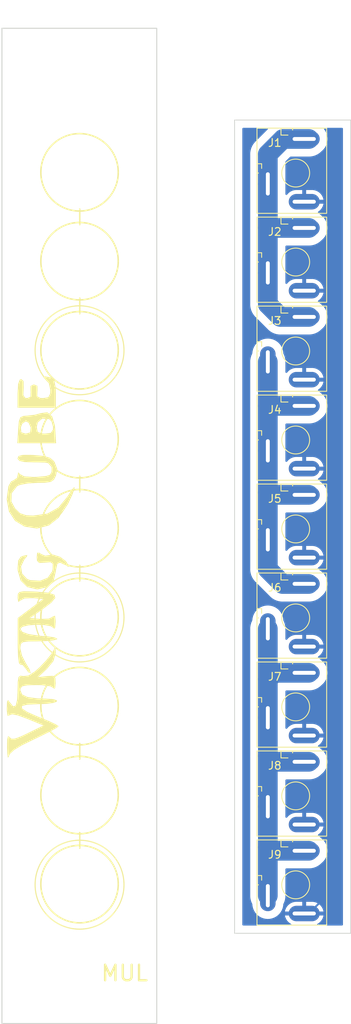
<source format=kicad_pcb>
(kicad_pcb (version 20211014) (generator pcbnew)
  (layers (0 "F.Cu" signal) (31 "B.Cu" signal) (34 "B.Paste" user) (35 "F.Paste" user) (36 "B.SilkS" user "B.Silkscreen") (37 "F.SilkS" user "F.Silkscreen") (38 "B.Mask" user) (39 "F.Mask" user) (44 "Edge.Cuts" user))
  (net 0 "")
  (net 1 "Net-(J1-PadT)")
  (net 2 "GND")
  (net 3 "Net-(J3-PadTN)")
  (net 4 "Net-(J6-PadTN)")
  (footprint "eurorack:logo3" (layer "F.Cu") (at -25.575 54.775 90)
    (fp_text reference "REF**" hide)
    (fp_text value "logo3")
    (fp_poly (pts (xy 7.493196 -3.639727) (xy 8.111918 -3.290718) (xy 8.286946 -2.938988) (xy 8.576619 -2.523358) (xy 8.904307 -2.445564) (xy 9.288509 -2.370779) (xy 9.060359 -2.147592) (xy 8.761986 -1.577275) (xy 8.689731 -0.371637) (xy 8.707581 0.051867) (xy 8.797296 1.152814) (xy 8.964309 1.721734) (xy 9.298693 1.932037) (xy 9.698057 1.958756) (xy 10.179258 1.916361) (xy 10.443315 1.680888) (xy 10.555183 1.089905) (xy 10.579815 -0.01902) (xy 10.580001 -0.246748) (xy 10.617803 -1.504804) (xy 10.75238 -2.192654) (xy 11.015484 -2.442645) (xy 11.109168 -2.452252) (xy 11.403387 -2.315501) (xy 11.538438 -1.810628) (xy 11.541573 -0.795707) (xy 11.51816 -0.322121) (xy 11.398336 0.952221) (xy 11.170628 1.728731) (xy 10.763203 2.214211) (xy 10.595638 2.333728) (xy 9.710339 2.672594) (xy 8.86373 2.506027) (xy 8.338657 2.245194) (xy 8.060097 1.84206) (xy 7.951068 1.096921) (xy 7.934168 0.094636) (xy 7.86146 -1.126396) (xy 7.673957 -2.112426) (xy 7.493196 -2.524307) (xy 6.576715 -3.222811) (xy 5.517791 -3.251327) (xy 4.63821 -2.784319) (xy 4.016447 -2.144535) (xy 3.746514 -1.341714) (xy 3.700834 -0.467565) (xy 3.953952 1.378787) (xy 4.7579 2.829976) (xy 6.179577 4.004271) (xy 6.256622 4.050986) (xy 7.125369 4.616456) (xy 7.396518 4.894397) (xy 7.116931 4.884467) (xy 6.333473 4.586326) (xy 5.210755 4.05859) (xy 3.488163 2.926208) (xy 2.426477 1.583722) (xy 2.034676 0.048364) (xy 2.285565 -1.556422) (xy 3.031612 -2.788002) (xy 4.24276 -3.571101) (xy 5.804839 -3.860047) (xy 7.493196 -3.639727)) (layer "F.SilkS") (width 0.01) (fill solid))
    (fp_poly (pts (xy -6.423681 -2.418426) (xy -6.169392 -2.22441) (xy -6.072091 -1.711147) (xy -6.084238 -0.725472) (xy -6.117697 0.017683) (xy -6.250185 1.498511) (xy -6.503534 2.293544) (xy -6.921765 2.418348) (xy -7.548896 1.888485) (xy -8.364857 0.812228) (xy -9.528332 -0.863466) (xy -9.640939 0.511737) (xy -9.599709 1.603764) (xy -9.288162 2.182029) (xy -9.22887 2.379887) (xy -9.833973 2.455619) (xy -10.057499 2.45467) (xy -10.746128 2.398581) (xy -10.911363 2.287471) (xy -10.851249 2.254285) (xy -10.574129 1.829413) (xy -10.419461 0.98073) (xy -10.383466 -0.063966) (xy -10.462365 -1.076877) (xy -10.652379 -1.830207) (xy -10.923458 -2.098189) (xy -11.309652 -1.836317) (xy -11.601811 -1.013753) (xy -11.814875 0.424923) (xy -11.907281 1.551208) (xy -12.022459 2.340335) (xy -12.200328 2.664498) (xy -12.26236 2.638939) (xy -12.400278 2.169151) (xy -12.495993 1.212897) (xy -12.526943 0.136071) (xy -12.542397 -1.076454) (xy -12.632917 -1.745104) (xy -12.864743 -2.031502) (xy -13.304116 -2.097275) (xy -13.442624 -2.098189) (xy -14.35865 -1.893723) (xy -15.3412 -1.397217) (xy -15.403213 -1.354148) (xy -16.131223 -0.913687) (xy -16.593726 -0.776675) (xy -16.634413 -0.796399) (xy -16.514775 -1.077299) (xy -16.075055 -1.381751) (xy -15.580648 -1.803857) (xy -15.536494 -2.115889) (xy -15.313419 -2.277878) (xy -14.478188 -2.388887) (xy -13.123029 -2.438608) (xy -12.635958 -2.440058) (xy -9.528332 -2.42915) (xy -8.29361 -0.78623) (xy -7.058888 0.856691) (xy -6.946281 -0.496647) (xy -6.988754 -1.57399) (xy -7.299058 -2.145073) (xy -7.444222 -2.367672) (xy -6.91849 -2.445996) (xy -6.882499 -2.446359) (xy -6.423681 -2.418426)) (layer "F.SilkS") (width 0.01) (fill solid))
    (fp_poly (pts (xy -20.330984 -3.810399) (xy -20.115748 -3.68812) (xy -20.376249 -3.481043) (xy -20.937204 -3.017663) (xy -20.813365 -2.687752) (xy -20.013975 -2.4978) (xy -18.90997 -2.450966) (xy -17.754326 -2.431058) (xy -17.155044 -2.333043) (xy -16.963235 -2.099481) (xy -17.01727 -1.720814) (xy -16.951646 -1.048481) (xy -16.390476 -0.181796) (xy -15.837715 0.430213) (xy -14.942454 1.28224) (xy -14.129022 1.930331) (xy -13.761666 2.147143) (xy -13.347524 2.358027) (xy -13.547277 2.444753) (xy -14.031222 2.465561) (xy -15.084504 2.171284) (xy -16.083001 1.341395) (xy -17.159668 0.194867) (xy -17.021071 1.341395) (xy -16.982433 2.123653) (xy -17.25127 2.425113) (xy -17.967903 2.460072) (xy -18.58272 2.394756) (xy -18.650424 2.271888) (xy -18.61236 2.254285) (xy -18.330896 1.778845) (xy -18.1874 0.67739) (xy -18.171388 -0.01092) (xy -18.200235 -1.188258) (xy -18.320648 -1.820824) (xy -18.58343 -2.068224) (xy -18.835798 -2.098189) (xy -19.386758 -1.870608) (xy -19.734819 -1.139077) (xy -19.904375 0.169587) (xy -19.93046 1.185826) (xy -19.997469 2.207113) (xy -20.175789 2.66716) (xy -20.288054 2.664311) (xy -20.469086 2.22407) (xy -20.59635 1.287497) (xy -20.640832 0.144649) (xy -20.699078 -1.213531) (xy -20.879853 -1.891901) (xy -21.192215 -1.888714) (xy -21.645219 -1.202226) (xy -22.247923 0.169311) (xy -22.368627 0.477728) (xy -22.842528 1.63291) (xy -23.240842 2.474766) (xy -23.484237 2.837214) (xy -23.497351 2.8407) (xy -23.727812 2.541865) (xy -24.174061 1.737144) (xy -24.762687 0.564213) (xy -25.177367 -0.309972) (xy -25.950034 -1.8865) (xy -26.555141 -2.898091) (xy -27.060998 -3.444768) (xy -27.433393 -3.613319) (xy -27.557346 -3.700325) (xy -27.080362 -3.77244) (xy -26.285277 -3.808633) (xy -25.182468 -3.792312) (xy -24.755953 -3.676584) (xy -24.867724 -3.520746) (xy -25.111683 -3.25053) (xy -25.095923 -2.793016) (xy -24.788417 -1.989047) (xy -24.391228 -1.152844) (xy -23.392006 0.88453) (xy -22.543165 -1.201874) (xy -22.090583 -2.417917) (xy -21.942395 -3.145752) (xy -22.075216 -3.521964) (xy -22.137717 -3.569776) (xy -22.135184 -3.747431) (xy -21.526853 -3.839271) (xy -21.169999 -3.845948) (xy -20.330984 -3.810399)) (layer "F.SilkS") (width 0.01) (fill solid))
    (fp_poly (pts (xy 14.813335 -2.378149) (xy 15.859003 -2.289615) (xy 16.383983 -2.104804) (xy 16.572751 -1.704017) (xy 16.604007 -1.216244) (xy 16.72192 -0.207269) (xy 16.924733 0.507401) (xy 17.040972 1.388448) (xy 16.51155 2.010348) (xy 15.352492 2.358869) (xy 14.777001 2.415105) (xy 13.049446 2.518677) (xy 13.049446 1.076811) (xy 14.284168 1.076811) (xy 14.381492 1.835641) (xy 14.784849 2.112193) (xy 15.128369 2.135145) (xy 15.859973 1.938101) (xy 16.17563 1.605978) (xy 16.228431 0.724745) (xy 15.721612 0.145992) (xy 15.128369 0.018478) (xy 14.523073 0.140488) (xy 14.302475 0.646157) (xy 14.284168 1.076811) (xy 13.049446 1.076811) (xy 13.049446 -1.392633) (xy 14.284168 -1.392633) (xy 14.445303 -0.826877) (xy 15.044678 -0.746193) (xy 15.077918 -0.750736) (xy 15.698507 -1.03907) (xy 15.871668 -1.392633) (xy 15.571373 -1.849008) (xy 15.077918 -2.03453) (xy 14.45876 -1.969272) (xy 14.284355 -1.424208) (xy 14.284168 -1.392633) (xy 13.049446 -1.392633) (xy 13.049446 -2.481721) (xy 14.813335 -2.378149)) (layer "F.SilkS") (width 0.01) (fill solid))
    (fp_poly (pts (xy 20.697575 -2.380595) (xy 21.27248 -2.160028) (xy 21.339723 -1.992638) (xy 21.064119 -1.68579) (xy 20.199417 -1.668043) (xy 20.105001 -1.678456) (xy 19.257249 -1.70773) (xy 18.911219 -1.48055) (xy 18.870279 -1.213714) (xy 19.047168 -0.781419) (xy 19.681533 -0.760506) (xy 19.752223 -0.77342) (xy 20.427563 -0.780241) (xy 20.633343 -0.381568) (xy 20.634168 -0.3343) (xy 20.456711 0.097129) (xy 19.821051 0.11741) (xy 19.752223 0.104821) (xy 19.10421 0.082761) (xy 18.88528 0.494229) (xy 18.870279 0.859297) (xy 18.97909 1.520953) (xy 19.450715 1.7605) (xy 19.911083 1.782367) (xy 20.852198 1.569026) (xy 21.311466 1.165006) (xy 21.590089 0.863263) (xy 21.680864 1.099956) (xy 21.551094 1.725233) (xy 21.478369 1.929903) (xy 21.105433 2.291756) (xy 20.257105 2.462122) (xy 19.449897 2.487923) (xy 17.635557 2.487923) (xy 17.635557 -2.450966) (xy 19.48764 -2.450966) (xy 20.697575 -2.380595)) (layer "F.SilkS") (width 0.01) (fill solid))
    (fp_poly (pts (xy -2.090357 -2.36794) (xy -1.619012 -2.052261) (xy -1.480124 -1.712939) (xy -1.381652 -1.210985) (xy -1.582276 -1.25507) (xy -1.95393 -1.578362) (xy -2.860087 -2.009442) (xy -3.779729 -1.86863) (xy -4.468925 -1.225972) (xy -4.634749 -0.808552) (xy -4.709669 0.465199) (xy -4.303087 1.460234) (xy -3.492476 2.019118) (xy -3.21593 2.074638) (xy -2.526331 2.093087) (xy -2.307415 1.791388) (xy -2.367574 1.1045) (xy -2.40972 0.346795) (xy -2.131681 0.057168) (xy -1.662927 0.018478) (xy -1.08008 0.08564) (xy -1.097213 0.364647) (xy -1.225229 0.532191) (xy -1.483371 1.12402) (xy -1.434021 1.397912) (xy -1.330735 2.136086) (xy -1.618554 3.036369) (xy -2.173321 3.778879) (xy -2.425162 3.951521) (xy -2.920252 4.174304) (xy -2.874173 4.022177) (xy -2.73736 3.87166) (xy -2.302969 3.158022) (xy -2.522346 2.680447) (xy -3.368563 2.489348) (xy -3.476434 2.487923) (xy -4.725662 2.201034) (xy -5.530876 1.386944) (xy -5.823988 0.115521) (xy -5.824165 0.078895) (xy -5.527177 -1.19096) (xy -4.687799 -2.053239) (xy -3.383416 -2.437551) (xy -3.043088 -2.450966) (xy -2.090357 -2.36794)) (layer "F.SilkS") (width 0.01) (fill solid))
  )
  (footprint "eurorack:LUM 1502-03" (layer "F.Cu") (at 2.895 58.4825)
    (fp_text reference "J6" (at 2.3 1.9 unlocked) (layer "F.SilkS"))
    (fp_text value "Output2")
    (fp_line (start 0.6 4.6) (end 0.6 5.2) (layer "F.SilkS") (width 0.12))
    (fp_line (start 3.1 0) (end 3.1 0.9) (layer "F.SilkS") (width 0.12))
    (fp_line (start 3.1 0.9) (end 4 0.9) (layer "F.SilkS") (width 0.12))
    (fp_line (start 0 4.6) (end 0.6 4.6) (layer "F.SilkS") (width 0.12))
    (fp_line (start 4.6 0.25) (end 4.6 0) (layer "F.SilkS") (width 0.12))
    (fp_line (start 0 5.8) (end 0.2 5.8) (layer "F.SilkS") (width 0.12))
    (fp_rect (start 0 0) (end 9 11) (layer "F.SilkS") (width 0.12) (fill none))
    (fp_circle (center 5 5.8) (end 6.8 5.8) (layer "F.SilkS") (width 0.12) (fill none))
    (pad "S" thru_hole oval locked (at 6.1 9.5) (size 4 2) (drill oval 3 0.5) (layers *.Cu *.Mask) (net 2 "GND"))
    (pad "T" thru_hole oval locked (at 6.1 1.4) (size 4 2) (drill oval 3 0.5) (layers *.Cu *.Mask) (net 3 "Net-(J3-PadTN)"))
    (pad "TN" thru_hole oval locked (at 1.4 7.2 90) (size 4 2) (drill oval 3 0.5) (layers *.Cu *.Mask) (net 4 "Net-(J6-PadTN)"))
  )
  (footprint "eurorack:LUM 1502-03" (layer "F.Cu") (at 2.895 35.5075)
    (fp_text reference "J4" (at 2.3 1.9 unlocked) (layer "F.SilkS"))
    (fp_text value "Input3")
    (fp_line (start 3.1 0) (end 3.1 0.9) (layer "F.SilkS") (width 0.12))
    (fp_line (start 0 4.6) (end 0.6 4.6) (layer "F.SilkS") (width 0.12))
    (fp_line (start 4.6 0.25) (end 4.6 0) (layer "F.SilkS") (width 0.12))
    (fp_line (start 3.1 0.9) (end 4 0.9) (layer "F.SilkS") (width 0.12))
    (fp_line (start 0 5.8) (end 0.2 5.8) (layer "F.SilkS") (width 0.12))
    (fp_line (start 0.6 4.6) (end 0.6 5.2) (layer "F.SilkS") (width 0.12))
    (fp_rect (start 0 0) (end 9 11) (layer "F.SilkS") (width 0.12) (fill none))
    (fp_circle (center 5 5.8) (end 6.8 5.8) (layer "F.SilkS") (width 0.12) (fill none))
    (pad "S" thru_hole oval locked (at 6.1 9.5) (size 4 2) (drill oval 3 0.5) (layers *.Cu *.Mask) (net 2 "GND"))
    (pad "T" thru_hole oval locked (at 6.1 1.4) (size 4 2) (drill oval 3 0.5) (layers *.Cu *.Mask) (net 3 "Net-(J3-PadTN)"))
    (pad "TN" thru_hole oval locked (at 1.4 7.2 90) (size 4 2) (drill oval 3 0.5) (layers *.Cu *.Mask) (net 3 "Net-(J3-PadTN)"))
  )
  (footprint "eurorack:LUM 1502-03" (layer "F.Cu") (at 2.895 46.995)
    (fp_text reference "J5" (at 2.3 1.9 unlocked) (layer "F.SilkS"))
    (fp_text value "Input4")
    (fp_line (start 0 5.8) (end 0.2 5.8) (layer "F.SilkS") (width 0.12))
    (fp_line (start 4.6 0.25) (end 4.6 0) (layer "F.SilkS") (width 0.12))
    (fp_line (start 0 4.6) (end 0.6 4.6) (layer "F.SilkS") (width 0.12))
    (fp_line (start 3.1 0.9) (end 4 0.9) (layer "F.SilkS") (width 0.12))
    (fp_line (start 3.1 0) (end 3.1 0.9) (layer "F.SilkS") (width 0.12))
    (fp_line (start 0.6 4.6) (end 0.6 5.2) (layer "F.SilkS") (width 0.12))
    (fp_rect (start 0 0) (end 9 11) (layer "F.SilkS") (width 0.12) (fill none))
    (fp_circle (center 5 5.8) (end 6.8 5.8) (layer "F.SilkS") (width 0.12) (fill none))
    (pad "S" thru_hole oval locked (at 6.1 9.5) (size 4 2) (drill oval 3 0.5) (layers *.Cu *.Mask) (net 2 "GND"))
    (pad "T" thru_hole oval locked (at 6.1 1.4) (size 4 2) (drill oval 3 0.5) (layers *.Cu *.Mask) (net 3 "Net-(J3-PadTN)"))
    (pad "TN" thru_hole oval locked (at 1.4 7.2 90) (size 4 2) (drill oval 3 0.5) (layers *.Cu *.Mask) (net 3 "Net-(J3-PadTN)"))
  )
  (footprint "eurorack:mount_LUM_1502-03" (layer "F.Cu") (at -20.025 41.2)
    (fp_text reference "REF**" hide)
    (fp_text value "mount_LUM_1502-03")
    (pad "" np_thru_hole circle (at 0 0) (size 6 6) (drill 6) (layers F&B.Cu *.Mask))
  )
  (footprint "eurorack:mount_LUM_1502-03" (layer "F.Cu") (at -20.025 52.7)
    (fp_text reference "REF**" hide)
    (fp_text value "mount_LUM_1502-03")
    (pad "" np_thru_hole circle (at 0 0) (size 6 6) (drill 6) (layers F&B.Cu *.Mask))
  )
  (footprint "eurorack:LUM 1502-03" (layer "F.Cu") (at 2.895 92.945)
    (fp_text reference "J9" (at 2.3 1.9 unlocked) (layer "F.SilkS"))
    (fp_text value "Output3")
    (fp_line (start 0.6 4.6) (end 0.6 5.2) (layer "F.SilkS") (width 0.12))
    (fp_line (start 3.1 0) (end 3.1 0.9) (layer "F.SilkS") (width 0.12))
    (fp_line (start 0 5.8) (end 0.2 5.8) (layer "F.SilkS") (width 0.12))
    (fp_line (start 4.6 0.25) (end 4.6 0) (layer "F.SilkS") (width 0.12))
    (fp_line (start 3.1 0.9) (end 4 0.9) (layer "F.SilkS") (width 0.12))
    (fp_line (start 0 4.6) (end 0.6 4.6) (layer "F.SilkS") (width 0.12))
    (fp_rect (start 0 0) (end 9 11) (layer "F.SilkS") (width 0.12) (fill none))
    (fp_circle (center 5 5.8) (end 6.8 5.8) (layer "F.SilkS") (width 0.12) (fill none))
    (pad "S" thru_hole oval locked (at 6.1 9.5) (size 4 2) (drill oval 3 0.5) (layers *.Cu *.Mask) (net 2 "GND"))
    (pad "T" thru_hole oval locked (at 6.1 1.4) (size 4 2) (drill oval 3 0.5) (layers *.Cu *.Mask) (net 4 "Net-(J6-PadTN)"))
    (pad "TN" thru_hole oval locked (at 1.4 7.2 90) (size 4 2) (drill oval 3 0.5) (layers *.Cu *.Mask) (net 4 "Net-(J6-PadTN)"))
  )
  (footprint "eurorack:LUM 1502-03" (layer "F.Cu") (at 2.895 24.02)
    (fp_text reference "J3" (at 2.3 1.9 unlocked) (layer "F.SilkS"))
    (fp_text value "Output1")
    (fp_line (start 0.6 4.6) (end 0.6 5.2) (layer "F.SilkS") (width 0.12))
    (fp_line (start 3.1 0) (end 3.1 0.9) (layer "F.SilkS") (width 0.12))
    (fp_line (start 0 5.8) (end 0.2 5.8) (layer "F.SilkS") (width 0.12))
    (fp_line (start 3.1 0.9) (end 4 0.9) (layer "F.SilkS") (width 0.12))
    (fp_line (start 0 4.6) (end 0.6 4.6) (layer "F.SilkS") (width 0.12))
    (fp_line (start 4.6 0.25) (end 4.6 0) (layer "F.SilkS") (width 0.12))
    (fp_rect (start 0 0) (end 9 11) (layer "F.SilkS") (width 0.12) (fill none))
    (fp_circle (center 5 5.8) (end 6.8 5.8) (layer "F.SilkS") (width 0.12) (fill none))
    (pad "S" thru_hole oval locked (at 6.1 9.5) (size 4 2) (drill oval 3 0.5) (layers *.Cu *.Mask) (net 2 "GND"))
    (pad "T" thru_hole oval locked (at 6.1 1.4) (size 4 2) (drill oval 3 0.5) (layers *.Cu *.Mask) (net 1 "Net-(J1-PadT)"))
    (pad "TN" thru_hole oval locked (at 1.4 7.2 90) (size 4 2) (drill oval 3 0.5) (layers *.Cu *.Mask) (net 3 "Net-(J3-PadTN)"))
  )
  (footprint "eurorack:LUM 1502-03" (layer "F.Cu") (at 2.895 81.4575)
    (fp_text reference "J8" (at 2.3 1.9 unlocked) (layer "F.SilkS"))
    (fp_text value "Input6")
    (fp_line (start 3.1 0) (end 3.1 0.9) (layer "F.SilkS") (width 0.12))
    (fp_line (start 3.1 0.9) (end 4 0.9) (layer "F.SilkS") (width 0.12))
    (fp_line (start 0 5.8) (end 0.2 5.8) (layer "F.SilkS") (width 0.12))
    (fp_line (start 4.6 0.25) (end 4.6 0) (layer "F.SilkS") (width 0.12))
    (fp_line (start 0.6 4.6) (end 0.6 5.2) (layer "F.SilkS") (width 0.12))
    (fp_line (start 0 4.6) (end 0.6 4.6) (layer "F.SilkS") (width 0.12))
    (fp_rect (start 0 0) (end 9 11) (layer "F.SilkS") (width 0.12) (fill none))
    (fp_circle (center 5 5.8) (end 6.8 5.8) (layer "F.SilkS") (width 0.12) (fill none))
    (pad "S" thru_hole oval locked (at 6.1 9.5) (size 4 2) (drill oval 3 0.5) (layers *.Cu *.Mask) (net 2 "GND"))
    (pad "T" thru_hole oval locked (at 6.1 1.4) (size 4 2) (drill oval 3 0.5) (layers *.Cu *.Mask) (net 4 "Net-(J6-PadTN)"))
    (pad "TN" thru_hole oval locked (at 1.4 7.2 90) (size 4 2) (drill oval 3 0.5) (layers *.Cu *.Mask) (net 4 "Net-(J6-PadTN)"))
  )
  (footprint "eurorack:mount_LUM_1502-03" (layer "F.Cu") (at -20.025 64.175)
    (fp_text reference "REF**" hide)
    (fp_text value "mount_LUM_1502-03")
    (pad "" np_thru_hole circle (at 0 0) (size 6 6) (drill 6) (layers F&B.Cu *.Mask))
  )
  (footprint "eurorack:mount_LUM_1502-03" (layer "F.Cu") (at -20.025 6.75)
    (fp_text reference "REF**" hide)
    (fp_text value "mount_LUM_1502-03")
    (pad "" np_thru_hole circle (at 0 0) (size 6 6) (drill 6) (layers F&B.Cu *.Mask))
  )
  (footprint "eurorack:mount_LUM_1502-03" (layer "F.Cu") (at -20.025 75.671059)
    (fp_text reference "REF**" hide)
    (fp_text value "mount_LUM_1502-03")
    (pad "" np_thru_hole circle (at 0 0) (size 6 6) (drill 6) (layers F&B.Cu *.Mask))
  )
  (footprint "eurorack:LUM 1502-03" (layer "F.Cu") (at 2.895 69.97)
    (fp_text reference "J7" (at 2.3 1.9 unlocked) (layer "F.SilkS"))
    (fp_text value "Input5")
    (fp_line (start 3.1 0) (end 3.1 0.9) (layer "F.SilkS") (width 0.12))
    (fp_line (start 0.6 4.6) (end 0.6 5.2) (layer "F.SilkS") (width 0.12))
    (fp_line (start 3.1 0.9) (end 4 0.9) (layer "F.SilkS") (width 0.12))
    (fp_line (start 0 4.6) (end 0.6 4.6) (layer "F.SilkS") (width 0.12))
    (fp_line (start 0 5.8) (end 0.2 5.8) (layer "F.SilkS") (width 0.12))
    (fp_line (start 4.6 0.25) (end 4.6 0) (layer "F.SilkS") (width 0.12))
    (fp_rect (start 0 0) (end 9 11) (layer "F.SilkS") (width 0.12) (fill none))
    (fp_circle (center 5 5.8) (end 6.8 5.8) (layer "F.SilkS") (width 0.12) (fill none))
    (pad "S" thru_hole oval locked (at 6.1 9.5) (size 4 2) (drill oval 3 0.5) (layers *.Cu *.Mask) (net 2 "GND"))
    (pad "T" thru_hole oval locked (at 6.1 1.4) (size 4 2) (drill oval 3 0.5) (layers *.Cu *.Mask) (net 4 "Net-(J6-PadTN)"))
    (pad "TN" thru_hole oval locked (at 1.4 7.2 90) (size 4 2) (drill oval 3 0.5) (layers *.Cu *.Mask) (net 4 "Net-(J6-PadTN)"))
  )
  (footprint "eurorack:LUM 1502-03" (layer "F.Cu") (at 2.895 12.5325)
    (fp_text reference "J2" (at 2.3 1.9 unlocked) (layer "F.SilkS"))
    (fp_text value "Input2")
    (fp_line (start 0 4.6) (end 0.6 4.6) (layer "F.SilkS") (width 0.12))
    (fp_line (start 0 5.8) (end 0.2 5.8) (layer "F.SilkS") (width 0.12))
    (fp_line (start 3.1 0) (end 3.1 0.9) (layer "F.SilkS") (width 0.12))
    (fp_line (start 0.6 4.6) (end 0.6 5.2) (layer "F.SilkS") (width 0.12))
    (fp_line (start 3.1 0.9) (end 4 0.9) (layer "F.SilkS") (width 0.12))
    (fp_line (start 4.6 0.25) (end 4.6 0) (layer "F.SilkS") (width 0.12))
    (fp_rect (start 0 0) (end 9 11) (layer "F.SilkS") (width 0.12) (fill none))
    (fp_circle (center 5 5.8) (end 6.8 5.8) (layer "F.SilkS") (width 0.12) (fill none))
    (pad "S" thru_hole oval locked (at 6.1 9.5) (size 4 2) (drill oval 3 0.5) (layers *.Cu *.Mask) (net 2 "GND"))
    (pad "T" thru_hole oval locked (at 6.1 1.4) (size 4 2) (drill oval 3 0.5) (layers *.Cu *.Mask) (net 1 "Net-(J1-PadT)"))
    (pad "TN" thru_hole oval locked (at 1.4 7.2 90) (size 4 2) (drill oval 3 0.5) (layers *.Cu *.Mask) (net 1 "Net-(J1-PadT)"))
  )
  (footprint "eurorack:LUM 1502-03" (layer "F.Cu") (at 2.895 1.045)
    (fp_text reference "J1" (at 2.3 1.9 unlocked) (layer "F.SilkS"))
    (fp_text value "Input1")
    (fp_line (start 4.6 0.25) (end 4.6 0) (layer "F.SilkS") (width 0.12))
    (fp_line (start 0 4.6) (end 0.6 4.6) (layer "F.SilkS") (width 0.12))
    (fp_line (start 3.1 0) (end 3.1 0.9) (layer "F.SilkS") (width 0.12))
    (fp_line (start 3.1 0.9) (end 4 0.9) (layer "F.SilkS") (width 0.12))
    (fp_line (start 0 5.8) (end 0.2 5.8) (layer "F.SilkS") (width 0.12))
    (fp_line (start 0.6 4.6) (end 0.6 5.2) (layer "F.SilkS") (width 0.12))
    (fp_rect (start 0 0) (end 9 11) (layer "F.SilkS") (width 0.12) (fill none))
    (fp_circle (center 5 5.8) (end 6.8 5.8) (layer "F.SilkS") (width 0.12) (fill none))
    (pad "S" thru_hole oval locked (at 6.1 9.5) (size 4 2) (drill oval 3 0.5) (layers *.Cu *.Mask) (net 2 "GND"))
    (pad "T" thru_hole oval locked (at 6.1 1.4) (size 4 2) (drill oval 3 0.5) (layers *.Cu *.Mask) (net 1 "Net-(J1-PadT)"))
    (pad "TN" thru_hole oval locked (at 1.4 7.2 90) (size 4 2) (drill oval 3 0.5) (layers *.Cu *.Mask) (net 1 "Net-(J1-PadT)"))
  )
  (footprint "eurorack:cover_hp4_20mm" (layer "F.Cu") (at -30.05 -11.85)
    (fp_text reference "REF**" hide)
    (fp_text value "cover_hp4_20mm")
    (fp_rect (start 0 0) (end 20 128.5) (layer "Edge.Cuts") (width 0.12) (fill none))
    (pad "" np_thru_hole circle (at 10 3) (size 3.2 3.2) (drill 3.2) (layers F&B.Cu *.Mask))
    (pad "" np_thru_hole circle (at 10 125.5) (size 3.2 3.2) (drill 3.2) (layers F&B.Cu *.Mask))
  )
  (footprint "eurorack:mount_LUM_1502-03" (layer "F.Cu") (at -20.025 98.65)
    (fp_text reference "REF**" hide)
    (fp_text value "mount_LUM_1502-03")
    (pad "" np_thru_hole circle (at 0 0) (size 6 6) (drill 6) (layers F&B.Cu *.Mask))
  )
  (footprint "eurorack:mount_LUM_1502-03" (layer "F.Cu") (at -20.025 18.225)
    (fp_text reference "REF**" hide)
    (fp_text value "mount_LUM_1502-03")
    (pad "" np_thru_hole circle (at 0 0) (size 6 6) (drill 6) (layers F&B.Cu *.Mask))
  )
  (footprint "eurorack:mount_LUM_1502-03" (layer "F.Cu") (at -20.025 87.15)
    (fp_text reference "REF**" hide)
    (fp_text value "mount_LUM_1502-03")
    (pad "" np_thru_hole circle (at 0 0) (size 6 6) (drill 6) (layers F&B.Cu *.Mask))
  )
  (footprint "eurorack:mount_LUM_1502-03" (layer "F.Cu") (at -20.025 29.725)
    (fp_text reference "REF**" hide)
    (fp_text value "mount_LUM_1502-03")
    (pad "" np_thru_hole circle (at 0 0) (size 6 6) (drill 6) (layers F&B.Cu *.Mask))
  )
  (gr_circle (center -20.025 98.725) (end -15 101.5) (layer "F.SilkS") (width 0.15) (fill none))
  (gr_line (start -20 92) (end -20 94) (layer "F.SilkS") (width 0.2))
  (gr_line (start -20 11.5) (end -20 13.5) (layer "F.SilkS") (width 0.2))
  (gr_circle (center -20.025 52.7) (end -15.025 52.7) (layer "F.SilkS") (width 0.2) (fill none))
  (gr_circle (center -20.025 29.725) (end -15 32.5) (layer "F.SilkS") (width 0.15) (fill none))
  (gr_circle (center -20.025 6.75) (end -15.025 6.75) (layer "F.SilkS") (width 0.2) (fill none))
  (gr_circle (center -20.025 98.65) (end -15.025 98.65) (layer "F.SilkS") (width 0.2) (fill none))
  (gr_circle (center -20.025 87.15) (end -15.025 87.15) (layer "F.SilkS") (width 0.2) (fill none))
  (gr_circle (center -20.025 64.225) (end -15 67) (layer "F.SilkS") (width 0.15) (fill none))
  (gr_circle (center -20.025 41.2) (end -15.025 41.2) (layer "F.SilkS") (width 0.2) (fill none))
  (gr_line (start -20 57.5) (end -20 59.5) (layer "F.SilkS") (width 0.2))
  (gr_circle (center -20.025 75.671059) (end -15.025 75.671059) (layer "F.SilkS") (width 0.2) (fill none))
  (gr_circle (center -20.025 18.225) (end -15.025 18.225) (layer "F.SilkS") (width 0.2) (fill none))
  (gr_line (start -20 80.5) (end -20 82.5) (layer "F.SilkS") (width 0.2))
  (gr_line (start -20 46) (end -20 48) (layer "F.SilkS") (width 0.2))
  (gr_line (start -20 23) (end -20 25) (layer "F.SilkS") (width 0.2))
  (gr_circle (center -20.025 29.725) (end -15.025 29.725) (layer "F.SilkS") (width 0.2) (fill none))
  (gr_circle (center -20.025 64.175) (end -15.025 64.175) (layer "F.SilkS") (width 0.2) (fill none))
  (gr_line locked (start 15 105) (end 0 105) (layer "Edge.Cuts") (width 0.1))
  (gr_line locked (start 15 0) (end 15 105) (layer "Edge.Cuts") (width 0.1))
  (gr_line locked (start 0 105) (end 0 0) (layer "Edge.Cuts") (width 0.1))
  (gr_line locked (start 0 0) (end 15 0) (layer "Edge.Cuts") (width 0.1))
  (gr_text "MUL" (at -14.2 110.15) (layer "F.SilkS") (effects (font (size 2 2) (thickness 0.3))))
  (segment locked (start 4.295 8.245) (end 4.295 13.905) (width 2.54) (layer "B.Cu") (net 1))
  (segment locked (start 9.595 13.9325) (end 4.3225 13.9325) (width 2.54) (layer "B.Cu") (net 1))
  (segment locked (start 4.295 8.245) (end 4.295 4.405) (width 2.54) (layer "B.Cu") (net 1))
  (segment locked (start 4.295 13.905) (end 4.295 19.7325) (width 2.54) (layer "B.Cu") (net 1))
  (segment locked (start 6.255 2.445) (end 9.595 2.445) (width 2.54) (layer "B.Cu") (net 1))
  (segment locked (start 9.595 25.42) (end 5.92 25.42) (width 2.54) (layer "B.Cu") (net 1))
  (segment locked (start 4.3225 13.9325) (end 4.295 13.905) (width 2.54) (layer "B.Cu") (net 1))
  (segment locked (start 4.295 4.405) (end 6.255 2.445) (width 2.54) (layer "B.Cu") (net 1))
  (segment locked (start 5.92 25.42) (end 4.295 23.795) (width 2.54) (layer "B.Cu") (net 1))
  (segment locked (start 4.295 23.795) (end 4.295 19.7325) (width 2.54) (layer "B.Cu") (net 1))
  (segment locked (start 12.995 56.495) (end 13 56.5) (width 0.25) (layer "B.Cu") (net 2))
  (segment locked (start 9.595 45.0075) (end 12.9925 45.0075) (width 0.25) (layer "B.Cu") (net 2))
  (segment locked (start 9.595 56.495) (end 12.995 56.495) (width 0.25) (layer "B.Cu") (net 2))
  (segment locked (start 13 79.5) (end 13 91) (width 0.25) (layer "B.Cu") (net 2))
  (segment locked (start 12.97 79.47) (end 13 79.5) (width 0.25) (layer "B.Cu") (net 2))
  (segment locked (start 9.595 79.47) (end 12.97 79.47) (width 0.25) (layer "B.Cu") (net 2))
  (segment locked (start 12.9575 90.9575) (end 13 91) (width 0.25) (layer "B.Cu") (net 2))
  (segment locked (start 13 45) (end 13 56.5) (width 0.25) (layer "B.Cu") (net 2))
  (segment locked (start 9.595 67.9825) (end 12.9825 67.9825) (width 0.25) (layer "B.Cu") (net 2))
  (segment locked (start 13 99.04) (end 9.595 102.445) (width 0.25) (layer "B.Cu") (net 2))
  (segment locked (start 13 68) (end 13 79.5) (width 0.25) (layer "B.Cu") (net 2))
  (segment locked (start 13 22) (end 13 33.5) (width 0.25) (layer "B.Cu") (net 2))
  (segment locked (start 13 56.5) (end 13 68) (width 0.25) (layer "B.Cu") (net 2))
  (segment locked (start 13 33.5) (end 13 45) (width 0.25) (layer "B.Cu") (net 2))
  (segment locked (start 9.595 22.0325) (end 12.9675 22.0325) (width 0.25) (layer "B.Cu") (net 2))
  (segment locked (start 9.595 10.545) (end 12.045 10.545) (width 0.25) (layer "B.Cu") (net 2))
  (segment locked (start 13 11.5) (end 13 22) (width 0.25) (layer "B.Cu") (net 2))
  (segment locked (start 12.9675 22.0325) (end 13 22) (width 0.25) (layer "B.Cu") (net 2))
  (segment locked (start 12.045 10.545) (end 13 11.5) (width 0.25) (layer "B.Cu") (net 2))
  (segment locked (start 12.9825 67.9825) (end 13 68) (width 0.25) (layer "B.Cu") (net 2))
  (segment locked (start 12.98 33.52) (end 13 33.5) (width 0.25) (layer "B.Cu") (net 2))
  (segment locked (start 9.595 33.52) (end 12.98 33.52) (width 0.25) (layer "B.Cu") (net 2))
  (segment locked (start 12.9925 45.0075) (end 13 45) (width 0.25) (layer "B.Cu") (net 2))
  (segment locked (start 13 91) (end 13 99.04) (width 0.25) (layer "B.Cu") (net 2))
  (segment locked (start 9.595 90.9575) (end 12.9575 90.9575) (width 0.25) (layer "B.Cu") (net 2))
  (segment locked (start 6.2 59.9) (end 9.5775 59.9) (width 2.54) (layer "B.Cu") (net 3))
  (segment locked (start 4.295 48.105) (end 4.295 54.195) (width 2.54) (layer "B.Cu") (net 3))
  (segment locked (start 4.295 57.995) (end 6.2 59.9) (width 2.54) (layer "B.Cu") (net 3))
  (segment locked (start 4.295 42.7075) (end 4.295 48.105) (width 2.54) (layer "B.Cu") (net 3))
  (segment locked (start 4.295 54.195) (end 4.295 57.995) (width 2.54) (layer "B.Cu") (net 3))
  (segment locked (start 9.595 48.395) (end 4.585 48.395) (width 2.54) (layer "B.Cu") (net 3))
  (segment locked (start 4.295 36.905) (end 4.295 42.7075) (width 2.54) (layer "B.Cu") (net 3))
  (segment locked (start 4.2975 36.9075) (end 4.295 36.905) (width 2.54) (layer "B.Cu") (net 3))
  (segment locked (start 4.295 31.22) (end 4.295 36.905) (width 2.54) (layer "B.Cu") (net 3))
  (segment locked (start 9.595 36.9075) (end 4.2975 36.9075) (width 2.54) (layer "B.Cu") (net 3))
  (segment locked (start 4.585 48.395) (end 4.295 48.105) (width 2.54) (layer "B.Cu") (net 3))
  (segment locked (start 4.295 93.895) (end 4.295 100.145) (width 2.54) (layer "B.Cu") (net 4))
  (segment locked (start 4.295 82.095) (end 4.295 88.6575) (width 2.54) (layer "B.Cu") (net 4))
  (segment locked (start 5.13 71.37) (end 4.295 72.205) (width 2.54) (layer "B.Cu") (net 4))
  (segment locked (start 4.295 88.6575) (end 4.295 93.895) (width 2.54) (layer "B.Cu") (net 4))
  (segment locked (start 9.595 82.8575) (end 5.0575 82.8575) (width 2.54) (layer "B.Cu") (net 4))
  (segment locked (start 9.595 71.37) (end 5.13 71.37) (width 2.54) (layer "B.Cu") (net 4))
  (segment locked (start 4.745 94.345) (end 4.295 93.895) (width 2.54) (layer "B.Cu") (net 4))
  (segment locked (start 5.0575 82.8575) (end 4.295 82.095) (width 2.54) (layer "B.Cu") (net 4))
  (segment locked (start 9.595 94.345) (end 4.745 94.345) (width 2.54) (layer "B.Cu") (net 4))
  (segment locked (start 4.295 72.205) (end 4.295 77.17) (width 2.54) (layer "B.Cu") (net 4))
  (segment locked (start 4.295 65.6825) (end 4.295 72.205) (width 2.54) (layer "B.Cu") (net 4))
  (segment locked (start 4.295 77.17) (end 4.295 82.095) (width 2.54) (layer "B.Cu") (net 4))
  (zone locked (net 2) (net_name "GND") (layer "B.Cu") (connect_pads (clearance 1)) (min_thickness 0.254) (fill yes (thermal_gap 0.508) (thermal_bridge_width 0.508))
    (polygon (pts (xy 15 105) (xy 0 105) (xy 0 0) (xy 15 0)))
  )
)
</source>
